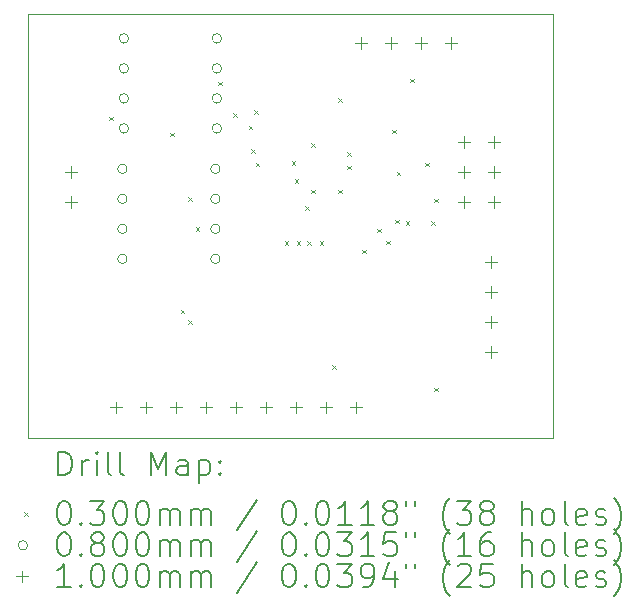
<source format=gbr>
%TF.GenerationSoftware,KiCad,Pcbnew,9.0.4*%
%TF.CreationDate,2025-11-20T06:56:56+02:00*%
%TF.ProjectId,test_5,74657374-5f35-42e6-9b69-6361645f7063,rev?*%
%TF.SameCoordinates,Original*%
%TF.FileFunction,Drillmap*%
%TF.FilePolarity,Positive*%
%FSLAX45Y45*%
G04 Gerber Fmt 4.5, Leading zero omitted, Abs format (unit mm)*
G04 Created by KiCad (PCBNEW 9.0.4) date 2025-11-20 06:56:56*
%MOMM*%
%LPD*%
G01*
G04 APERTURE LIST*
%ADD10C,0.050000*%
%ADD11C,0.200000*%
%ADD12C,0.100000*%
G04 APERTURE END LIST*
D10*
X6248400Y-9880600D02*
X10693400Y-9880600D01*
X10693400Y-13468350D01*
X6248400Y-13468350D01*
X6248400Y-9880600D01*
D11*
D12*
X6938250Y-10748250D02*
X6968250Y-10778250D01*
X6968250Y-10748250D02*
X6938250Y-10778250D01*
X7452600Y-10881600D02*
X7482600Y-10911600D01*
X7482600Y-10881600D02*
X7452600Y-10911600D01*
X7541500Y-12380200D02*
X7571500Y-12410200D01*
X7571500Y-12380200D02*
X7541500Y-12410200D01*
X7605000Y-11427700D02*
X7635000Y-11457700D01*
X7635000Y-11427700D02*
X7605000Y-11457700D01*
X7605000Y-12469100D02*
X7635000Y-12499100D01*
X7635000Y-12469100D02*
X7605000Y-12499100D01*
X7668500Y-11681700D02*
X7698500Y-11711700D01*
X7698500Y-11681700D02*
X7668500Y-11711700D01*
X7859000Y-10449800D02*
X7889000Y-10479800D01*
X7889000Y-10449800D02*
X7859000Y-10479800D01*
X7986000Y-10716500D02*
X8016000Y-10746500D01*
X8016000Y-10716500D02*
X7986000Y-10746500D01*
X8119350Y-10824450D02*
X8149350Y-10854450D01*
X8149350Y-10824450D02*
X8119350Y-10854450D01*
X8138400Y-11021300D02*
X8168400Y-11051300D01*
X8168400Y-11021300D02*
X8138400Y-11051300D01*
X8163800Y-10691100D02*
X8193800Y-10721100D01*
X8193800Y-10691100D02*
X8163800Y-10721100D01*
X8176500Y-11135600D02*
X8206500Y-11165600D01*
X8206500Y-11135600D02*
X8176500Y-11165600D01*
X8424150Y-11802350D02*
X8454150Y-11832350D01*
X8454150Y-11802350D02*
X8424150Y-11832350D01*
X8481300Y-11122900D02*
X8511300Y-11152900D01*
X8511300Y-11122900D02*
X8481300Y-11152900D01*
X8506700Y-11275300D02*
X8536700Y-11305300D01*
X8536700Y-11275300D02*
X8506700Y-11305300D01*
X8525750Y-11802350D02*
X8555750Y-11832350D01*
X8555750Y-11802350D02*
X8525750Y-11832350D01*
X8595600Y-11503900D02*
X8625600Y-11533900D01*
X8625600Y-11503900D02*
X8595600Y-11533900D01*
X8614650Y-11802350D02*
X8644650Y-11832350D01*
X8644650Y-11802350D02*
X8614650Y-11832350D01*
X8646400Y-10970500D02*
X8676400Y-11000500D01*
X8676400Y-10970500D02*
X8646400Y-11000500D01*
X8646400Y-11364200D02*
X8676400Y-11394200D01*
X8676400Y-11364200D02*
X8646400Y-11394200D01*
X8718800Y-11799800D02*
X8748800Y-11829800D01*
X8748800Y-11799800D02*
X8718800Y-11829800D01*
X8824200Y-12850100D02*
X8854200Y-12880100D01*
X8854200Y-12850100D02*
X8824200Y-12880100D01*
X8875000Y-10589500D02*
X8905000Y-10619500D01*
X8905000Y-10589500D02*
X8875000Y-10619500D01*
X8875000Y-11364200D02*
X8905000Y-11394200D01*
X8905000Y-11364200D02*
X8875000Y-11394200D01*
X8951200Y-11046700D02*
X8981200Y-11076700D01*
X8981200Y-11046700D02*
X8951200Y-11076700D01*
X8951200Y-11161000D02*
X8981200Y-11191000D01*
X8981200Y-11161000D02*
X8951200Y-11191000D01*
X9078200Y-11872200D02*
X9108200Y-11902200D01*
X9108200Y-11872200D02*
X9078200Y-11902200D01*
X9205200Y-11694400D02*
X9235200Y-11724400D01*
X9235200Y-11694400D02*
X9205200Y-11724400D01*
X9281400Y-11796000D02*
X9311400Y-11826000D01*
X9311400Y-11796000D02*
X9281400Y-11826000D01*
X9332200Y-10856200D02*
X9362200Y-10886200D01*
X9362200Y-10856200D02*
X9332200Y-10886200D01*
X9357600Y-11618200D02*
X9387600Y-11648200D01*
X9387600Y-11618200D02*
X9357600Y-11648200D01*
X9370300Y-11211800D02*
X9400300Y-11241800D01*
X9400300Y-11211800D02*
X9370300Y-11241800D01*
X9446500Y-11630900D02*
X9476500Y-11660900D01*
X9476500Y-11630900D02*
X9446500Y-11660900D01*
X9484600Y-10424400D02*
X9514600Y-10454400D01*
X9514600Y-10424400D02*
X9484600Y-10454400D01*
X9611600Y-11135600D02*
X9641600Y-11165600D01*
X9641600Y-11135600D02*
X9611600Y-11165600D01*
X9662400Y-11630900D02*
X9692400Y-11660900D01*
X9692400Y-11630900D02*
X9662400Y-11660900D01*
X9687800Y-11440400D02*
X9717800Y-11470400D01*
X9717800Y-11440400D02*
X9687800Y-11470400D01*
X9687800Y-13040600D02*
X9717800Y-13070600D01*
X9717800Y-13040600D02*
X9687800Y-13070600D01*
X7088900Y-11188700D02*
G75*
G02*
X7008900Y-11188700I-40000J0D01*
G01*
X7008900Y-11188700D02*
G75*
G02*
X7088900Y-11188700I40000J0D01*
G01*
X7088900Y-11442700D02*
G75*
G02*
X7008900Y-11442700I-40000J0D01*
G01*
X7008900Y-11442700D02*
G75*
G02*
X7088900Y-11442700I40000J0D01*
G01*
X7088900Y-11696700D02*
G75*
G02*
X7008900Y-11696700I-40000J0D01*
G01*
X7008900Y-11696700D02*
G75*
G02*
X7088900Y-11696700I40000J0D01*
G01*
X7088900Y-11950700D02*
G75*
G02*
X7008900Y-11950700I-40000J0D01*
G01*
X7008900Y-11950700D02*
G75*
G02*
X7088900Y-11950700I40000J0D01*
G01*
X7101600Y-10083800D02*
G75*
G02*
X7021600Y-10083800I-40000J0D01*
G01*
X7021600Y-10083800D02*
G75*
G02*
X7101600Y-10083800I40000J0D01*
G01*
X7101600Y-10337800D02*
G75*
G02*
X7021600Y-10337800I-40000J0D01*
G01*
X7021600Y-10337800D02*
G75*
G02*
X7101600Y-10337800I40000J0D01*
G01*
X7101600Y-10591800D02*
G75*
G02*
X7021600Y-10591800I-40000J0D01*
G01*
X7021600Y-10591800D02*
G75*
G02*
X7101600Y-10591800I40000J0D01*
G01*
X7101600Y-10845800D02*
G75*
G02*
X7021600Y-10845800I-40000J0D01*
G01*
X7021600Y-10845800D02*
G75*
G02*
X7101600Y-10845800I40000J0D01*
G01*
X7875900Y-11188700D02*
G75*
G02*
X7795900Y-11188700I-40000J0D01*
G01*
X7795900Y-11188700D02*
G75*
G02*
X7875900Y-11188700I40000J0D01*
G01*
X7875900Y-11442700D02*
G75*
G02*
X7795900Y-11442700I-40000J0D01*
G01*
X7795900Y-11442700D02*
G75*
G02*
X7875900Y-11442700I40000J0D01*
G01*
X7875900Y-11696700D02*
G75*
G02*
X7795900Y-11696700I-40000J0D01*
G01*
X7795900Y-11696700D02*
G75*
G02*
X7875900Y-11696700I40000J0D01*
G01*
X7875900Y-11950700D02*
G75*
G02*
X7795900Y-11950700I-40000J0D01*
G01*
X7795900Y-11950700D02*
G75*
G02*
X7875900Y-11950700I40000J0D01*
G01*
X7888600Y-10083800D02*
G75*
G02*
X7808600Y-10083800I-40000J0D01*
G01*
X7808600Y-10083800D02*
G75*
G02*
X7888600Y-10083800I40000J0D01*
G01*
X7888600Y-10337800D02*
G75*
G02*
X7808600Y-10337800I-40000J0D01*
G01*
X7808600Y-10337800D02*
G75*
G02*
X7888600Y-10337800I40000J0D01*
G01*
X7888600Y-10591800D02*
G75*
G02*
X7808600Y-10591800I-40000J0D01*
G01*
X7808600Y-10591800D02*
G75*
G02*
X7888600Y-10591800I40000J0D01*
G01*
X7888600Y-10845800D02*
G75*
G02*
X7808600Y-10845800I-40000J0D01*
G01*
X7808600Y-10845800D02*
G75*
G02*
X7888600Y-10845800I40000J0D01*
G01*
X6616700Y-11164100D02*
X6616700Y-11264100D01*
X6566700Y-11214100D02*
X6666700Y-11214100D01*
X6616700Y-11418100D02*
X6616700Y-11518100D01*
X6566700Y-11468100D02*
X6666700Y-11468100D01*
X6997700Y-13158000D02*
X6997700Y-13258000D01*
X6947700Y-13208000D02*
X7047700Y-13208000D01*
X7251700Y-13158000D02*
X7251700Y-13258000D01*
X7201700Y-13208000D02*
X7301700Y-13208000D01*
X7505700Y-13158000D02*
X7505700Y-13258000D01*
X7455700Y-13208000D02*
X7555700Y-13208000D01*
X7759700Y-13158000D02*
X7759700Y-13258000D01*
X7709700Y-13208000D02*
X7809700Y-13208000D01*
X8013700Y-13158000D02*
X8013700Y-13258000D01*
X7963700Y-13208000D02*
X8063700Y-13208000D01*
X8267700Y-13158000D02*
X8267700Y-13258000D01*
X8217700Y-13208000D02*
X8317700Y-13208000D01*
X8521700Y-13158000D02*
X8521700Y-13258000D01*
X8471700Y-13208000D02*
X8571700Y-13208000D01*
X8775700Y-13158000D02*
X8775700Y-13258000D01*
X8725700Y-13208000D02*
X8825700Y-13208000D01*
X9029700Y-13158000D02*
X9029700Y-13258000D01*
X8979700Y-13208000D02*
X9079700Y-13208000D01*
X9067800Y-10071900D02*
X9067800Y-10171900D01*
X9017800Y-10121900D02*
X9117800Y-10121900D01*
X9321800Y-10071900D02*
X9321800Y-10171900D01*
X9271800Y-10121900D02*
X9371800Y-10121900D01*
X9575800Y-10071900D02*
X9575800Y-10171900D01*
X9525800Y-10121900D02*
X9625800Y-10121900D01*
X9829800Y-10071900D02*
X9829800Y-10171900D01*
X9779800Y-10121900D02*
X9879800Y-10121900D01*
X9944100Y-10910100D02*
X9944100Y-11010100D01*
X9894100Y-10960100D02*
X9994100Y-10960100D01*
X9944100Y-11164100D02*
X9944100Y-11264100D01*
X9894100Y-11214100D02*
X9994100Y-11214100D01*
X9944100Y-11418100D02*
X9944100Y-11518100D01*
X9894100Y-11468100D02*
X9994100Y-11468100D01*
X10172700Y-11926100D02*
X10172700Y-12026100D01*
X10122700Y-11976100D02*
X10222700Y-11976100D01*
X10172700Y-12180100D02*
X10172700Y-12280100D01*
X10122700Y-12230100D02*
X10222700Y-12230100D01*
X10172700Y-12434100D02*
X10172700Y-12534100D01*
X10122700Y-12484100D02*
X10222700Y-12484100D01*
X10172700Y-12688100D02*
X10172700Y-12788100D01*
X10122700Y-12738100D02*
X10222700Y-12738100D01*
X10198100Y-10910100D02*
X10198100Y-11010100D01*
X10148100Y-10960100D02*
X10248100Y-10960100D01*
X10198100Y-11164100D02*
X10198100Y-11264100D01*
X10148100Y-11214100D02*
X10248100Y-11214100D01*
X10198100Y-11418100D02*
X10198100Y-11518100D01*
X10148100Y-11468100D02*
X10248100Y-11468100D01*
D11*
X6506677Y-13782334D02*
X6506677Y-13582334D01*
X6506677Y-13582334D02*
X6554296Y-13582334D01*
X6554296Y-13582334D02*
X6582867Y-13591858D01*
X6582867Y-13591858D02*
X6601915Y-13610905D01*
X6601915Y-13610905D02*
X6611439Y-13629953D01*
X6611439Y-13629953D02*
X6620962Y-13668048D01*
X6620962Y-13668048D02*
X6620962Y-13696619D01*
X6620962Y-13696619D02*
X6611439Y-13734715D01*
X6611439Y-13734715D02*
X6601915Y-13753762D01*
X6601915Y-13753762D02*
X6582867Y-13772810D01*
X6582867Y-13772810D02*
X6554296Y-13782334D01*
X6554296Y-13782334D02*
X6506677Y-13782334D01*
X6706677Y-13782334D02*
X6706677Y-13649000D01*
X6706677Y-13687096D02*
X6716201Y-13668048D01*
X6716201Y-13668048D02*
X6725724Y-13658524D01*
X6725724Y-13658524D02*
X6744772Y-13649000D01*
X6744772Y-13649000D02*
X6763820Y-13649000D01*
X6830486Y-13782334D02*
X6830486Y-13649000D01*
X6830486Y-13582334D02*
X6820962Y-13591858D01*
X6820962Y-13591858D02*
X6830486Y-13601381D01*
X6830486Y-13601381D02*
X6840010Y-13591858D01*
X6840010Y-13591858D02*
X6830486Y-13582334D01*
X6830486Y-13582334D02*
X6830486Y-13601381D01*
X6954296Y-13782334D02*
X6935248Y-13772810D01*
X6935248Y-13772810D02*
X6925724Y-13753762D01*
X6925724Y-13753762D02*
X6925724Y-13582334D01*
X7059058Y-13782334D02*
X7040010Y-13772810D01*
X7040010Y-13772810D02*
X7030486Y-13753762D01*
X7030486Y-13753762D02*
X7030486Y-13582334D01*
X7287629Y-13782334D02*
X7287629Y-13582334D01*
X7287629Y-13582334D02*
X7354296Y-13725191D01*
X7354296Y-13725191D02*
X7420962Y-13582334D01*
X7420962Y-13582334D02*
X7420962Y-13782334D01*
X7601915Y-13782334D02*
X7601915Y-13677572D01*
X7601915Y-13677572D02*
X7592391Y-13658524D01*
X7592391Y-13658524D02*
X7573343Y-13649000D01*
X7573343Y-13649000D02*
X7535248Y-13649000D01*
X7535248Y-13649000D02*
X7516201Y-13658524D01*
X7601915Y-13772810D02*
X7582867Y-13782334D01*
X7582867Y-13782334D02*
X7535248Y-13782334D01*
X7535248Y-13782334D02*
X7516201Y-13772810D01*
X7516201Y-13772810D02*
X7506677Y-13753762D01*
X7506677Y-13753762D02*
X7506677Y-13734715D01*
X7506677Y-13734715D02*
X7516201Y-13715667D01*
X7516201Y-13715667D02*
X7535248Y-13706143D01*
X7535248Y-13706143D02*
X7582867Y-13706143D01*
X7582867Y-13706143D02*
X7601915Y-13696619D01*
X7697153Y-13649000D02*
X7697153Y-13849000D01*
X7697153Y-13658524D02*
X7716201Y-13649000D01*
X7716201Y-13649000D02*
X7754296Y-13649000D01*
X7754296Y-13649000D02*
X7773343Y-13658524D01*
X7773343Y-13658524D02*
X7782867Y-13668048D01*
X7782867Y-13668048D02*
X7792391Y-13687096D01*
X7792391Y-13687096D02*
X7792391Y-13744238D01*
X7792391Y-13744238D02*
X7782867Y-13763286D01*
X7782867Y-13763286D02*
X7773343Y-13772810D01*
X7773343Y-13772810D02*
X7754296Y-13782334D01*
X7754296Y-13782334D02*
X7716201Y-13782334D01*
X7716201Y-13782334D02*
X7697153Y-13772810D01*
X7878105Y-13763286D02*
X7887629Y-13772810D01*
X7887629Y-13772810D02*
X7878105Y-13782334D01*
X7878105Y-13782334D02*
X7868582Y-13772810D01*
X7868582Y-13772810D02*
X7878105Y-13763286D01*
X7878105Y-13763286D02*
X7878105Y-13782334D01*
X7878105Y-13658524D02*
X7887629Y-13668048D01*
X7887629Y-13668048D02*
X7878105Y-13677572D01*
X7878105Y-13677572D02*
X7868582Y-13668048D01*
X7868582Y-13668048D02*
X7878105Y-13658524D01*
X7878105Y-13658524D02*
X7878105Y-13677572D01*
D12*
X6215900Y-14095850D02*
X6245900Y-14125850D01*
X6245900Y-14095850D02*
X6215900Y-14125850D01*
D11*
X6544772Y-14002334D02*
X6563820Y-14002334D01*
X6563820Y-14002334D02*
X6582867Y-14011858D01*
X6582867Y-14011858D02*
X6592391Y-14021381D01*
X6592391Y-14021381D02*
X6601915Y-14040429D01*
X6601915Y-14040429D02*
X6611439Y-14078524D01*
X6611439Y-14078524D02*
X6611439Y-14126143D01*
X6611439Y-14126143D02*
X6601915Y-14164238D01*
X6601915Y-14164238D02*
X6592391Y-14183286D01*
X6592391Y-14183286D02*
X6582867Y-14192810D01*
X6582867Y-14192810D02*
X6563820Y-14202334D01*
X6563820Y-14202334D02*
X6544772Y-14202334D01*
X6544772Y-14202334D02*
X6525724Y-14192810D01*
X6525724Y-14192810D02*
X6516201Y-14183286D01*
X6516201Y-14183286D02*
X6506677Y-14164238D01*
X6506677Y-14164238D02*
X6497153Y-14126143D01*
X6497153Y-14126143D02*
X6497153Y-14078524D01*
X6497153Y-14078524D02*
X6506677Y-14040429D01*
X6506677Y-14040429D02*
X6516201Y-14021381D01*
X6516201Y-14021381D02*
X6525724Y-14011858D01*
X6525724Y-14011858D02*
X6544772Y-14002334D01*
X6697153Y-14183286D02*
X6706677Y-14192810D01*
X6706677Y-14192810D02*
X6697153Y-14202334D01*
X6697153Y-14202334D02*
X6687629Y-14192810D01*
X6687629Y-14192810D02*
X6697153Y-14183286D01*
X6697153Y-14183286D02*
X6697153Y-14202334D01*
X6773343Y-14002334D02*
X6897153Y-14002334D01*
X6897153Y-14002334D02*
X6830486Y-14078524D01*
X6830486Y-14078524D02*
X6859058Y-14078524D01*
X6859058Y-14078524D02*
X6878105Y-14088048D01*
X6878105Y-14088048D02*
X6887629Y-14097572D01*
X6887629Y-14097572D02*
X6897153Y-14116619D01*
X6897153Y-14116619D02*
X6897153Y-14164238D01*
X6897153Y-14164238D02*
X6887629Y-14183286D01*
X6887629Y-14183286D02*
X6878105Y-14192810D01*
X6878105Y-14192810D02*
X6859058Y-14202334D01*
X6859058Y-14202334D02*
X6801915Y-14202334D01*
X6801915Y-14202334D02*
X6782867Y-14192810D01*
X6782867Y-14192810D02*
X6773343Y-14183286D01*
X7020962Y-14002334D02*
X7040010Y-14002334D01*
X7040010Y-14002334D02*
X7059058Y-14011858D01*
X7059058Y-14011858D02*
X7068582Y-14021381D01*
X7068582Y-14021381D02*
X7078105Y-14040429D01*
X7078105Y-14040429D02*
X7087629Y-14078524D01*
X7087629Y-14078524D02*
X7087629Y-14126143D01*
X7087629Y-14126143D02*
X7078105Y-14164238D01*
X7078105Y-14164238D02*
X7068582Y-14183286D01*
X7068582Y-14183286D02*
X7059058Y-14192810D01*
X7059058Y-14192810D02*
X7040010Y-14202334D01*
X7040010Y-14202334D02*
X7020962Y-14202334D01*
X7020962Y-14202334D02*
X7001915Y-14192810D01*
X7001915Y-14192810D02*
X6992391Y-14183286D01*
X6992391Y-14183286D02*
X6982867Y-14164238D01*
X6982867Y-14164238D02*
X6973343Y-14126143D01*
X6973343Y-14126143D02*
X6973343Y-14078524D01*
X6973343Y-14078524D02*
X6982867Y-14040429D01*
X6982867Y-14040429D02*
X6992391Y-14021381D01*
X6992391Y-14021381D02*
X7001915Y-14011858D01*
X7001915Y-14011858D02*
X7020962Y-14002334D01*
X7211439Y-14002334D02*
X7230486Y-14002334D01*
X7230486Y-14002334D02*
X7249534Y-14011858D01*
X7249534Y-14011858D02*
X7259058Y-14021381D01*
X7259058Y-14021381D02*
X7268582Y-14040429D01*
X7268582Y-14040429D02*
X7278105Y-14078524D01*
X7278105Y-14078524D02*
X7278105Y-14126143D01*
X7278105Y-14126143D02*
X7268582Y-14164238D01*
X7268582Y-14164238D02*
X7259058Y-14183286D01*
X7259058Y-14183286D02*
X7249534Y-14192810D01*
X7249534Y-14192810D02*
X7230486Y-14202334D01*
X7230486Y-14202334D02*
X7211439Y-14202334D01*
X7211439Y-14202334D02*
X7192391Y-14192810D01*
X7192391Y-14192810D02*
X7182867Y-14183286D01*
X7182867Y-14183286D02*
X7173343Y-14164238D01*
X7173343Y-14164238D02*
X7163820Y-14126143D01*
X7163820Y-14126143D02*
X7163820Y-14078524D01*
X7163820Y-14078524D02*
X7173343Y-14040429D01*
X7173343Y-14040429D02*
X7182867Y-14021381D01*
X7182867Y-14021381D02*
X7192391Y-14011858D01*
X7192391Y-14011858D02*
X7211439Y-14002334D01*
X7363820Y-14202334D02*
X7363820Y-14069000D01*
X7363820Y-14088048D02*
X7373343Y-14078524D01*
X7373343Y-14078524D02*
X7392391Y-14069000D01*
X7392391Y-14069000D02*
X7420963Y-14069000D01*
X7420963Y-14069000D02*
X7440010Y-14078524D01*
X7440010Y-14078524D02*
X7449534Y-14097572D01*
X7449534Y-14097572D02*
X7449534Y-14202334D01*
X7449534Y-14097572D02*
X7459058Y-14078524D01*
X7459058Y-14078524D02*
X7478105Y-14069000D01*
X7478105Y-14069000D02*
X7506677Y-14069000D01*
X7506677Y-14069000D02*
X7525724Y-14078524D01*
X7525724Y-14078524D02*
X7535248Y-14097572D01*
X7535248Y-14097572D02*
X7535248Y-14202334D01*
X7630486Y-14202334D02*
X7630486Y-14069000D01*
X7630486Y-14088048D02*
X7640010Y-14078524D01*
X7640010Y-14078524D02*
X7659058Y-14069000D01*
X7659058Y-14069000D02*
X7687629Y-14069000D01*
X7687629Y-14069000D02*
X7706677Y-14078524D01*
X7706677Y-14078524D02*
X7716201Y-14097572D01*
X7716201Y-14097572D02*
X7716201Y-14202334D01*
X7716201Y-14097572D02*
X7725724Y-14078524D01*
X7725724Y-14078524D02*
X7744772Y-14069000D01*
X7744772Y-14069000D02*
X7773343Y-14069000D01*
X7773343Y-14069000D02*
X7792391Y-14078524D01*
X7792391Y-14078524D02*
X7801915Y-14097572D01*
X7801915Y-14097572D02*
X7801915Y-14202334D01*
X8192391Y-13992810D02*
X8020963Y-14249953D01*
X8449534Y-14002334D02*
X8468582Y-14002334D01*
X8468582Y-14002334D02*
X8487629Y-14011858D01*
X8487629Y-14011858D02*
X8497153Y-14021381D01*
X8497153Y-14021381D02*
X8506677Y-14040429D01*
X8506677Y-14040429D02*
X8516201Y-14078524D01*
X8516201Y-14078524D02*
X8516201Y-14126143D01*
X8516201Y-14126143D02*
X8506677Y-14164238D01*
X8506677Y-14164238D02*
X8497153Y-14183286D01*
X8497153Y-14183286D02*
X8487629Y-14192810D01*
X8487629Y-14192810D02*
X8468582Y-14202334D01*
X8468582Y-14202334D02*
X8449534Y-14202334D01*
X8449534Y-14202334D02*
X8430487Y-14192810D01*
X8430487Y-14192810D02*
X8420963Y-14183286D01*
X8420963Y-14183286D02*
X8411439Y-14164238D01*
X8411439Y-14164238D02*
X8401915Y-14126143D01*
X8401915Y-14126143D02*
X8401915Y-14078524D01*
X8401915Y-14078524D02*
X8411439Y-14040429D01*
X8411439Y-14040429D02*
X8420963Y-14021381D01*
X8420963Y-14021381D02*
X8430487Y-14011858D01*
X8430487Y-14011858D02*
X8449534Y-14002334D01*
X8601915Y-14183286D02*
X8611439Y-14192810D01*
X8611439Y-14192810D02*
X8601915Y-14202334D01*
X8601915Y-14202334D02*
X8592391Y-14192810D01*
X8592391Y-14192810D02*
X8601915Y-14183286D01*
X8601915Y-14183286D02*
X8601915Y-14202334D01*
X8735248Y-14002334D02*
X8754296Y-14002334D01*
X8754296Y-14002334D02*
X8773344Y-14011858D01*
X8773344Y-14011858D02*
X8782868Y-14021381D01*
X8782868Y-14021381D02*
X8792391Y-14040429D01*
X8792391Y-14040429D02*
X8801915Y-14078524D01*
X8801915Y-14078524D02*
X8801915Y-14126143D01*
X8801915Y-14126143D02*
X8792391Y-14164238D01*
X8792391Y-14164238D02*
X8782868Y-14183286D01*
X8782868Y-14183286D02*
X8773344Y-14192810D01*
X8773344Y-14192810D02*
X8754296Y-14202334D01*
X8754296Y-14202334D02*
X8735248Y-14202334D01*
X8735248Y-14202334D02*
X8716201Y-14192810D01*
X8716201Y-14192810D02*
X8706677Y-14183286D01*
X8706677Y-14183286D02*
X8697153Y-14164238D01*
X8697153Y-14164238D02*
X8687629Y-14126143D01*
X8687629Y-14126143D02*
X8687629Y-14078524D01*
X8687629Y-14078524D02*
X8697153Y-14040429D01*
X8697153Y-14040429D02*
X8706677Y-14021381D01*
X8706677Y-14021381D02*
X8716201Y-14011858D01*
X8716201Y-14011858D02*
X8735248Y-14002334D01*
X8992391Y-14202334D02*
X8878106Y-14202334D01*
X8935248Y-14202334D02*
X8935248Y-14002334D01*
X8935248Y-14002334D02*
X8916201Y-14030905D01*
X8916201Y-14030905D02*
X8897153Y-14049953D01*
X8897153Y-14049953D02*
X8878106Y-14059477D01*
X9182868Y-14202334D02*
X9068582Y-14202334D01*
X9125725Y-14202334D02*
X9125725Y-14002334D01*
X9125725Y-14002334D02*
X9106677Y-14030905D01*
X9106677Y-14030905D02*
X9087629Y-14049953D01*
X9087629Y-14049953D02*
X9068582Y-14059477D01*
X9297153Y-14088048D02*
X9278106Y-14078524D01*
X9278106Y-14078524D02*
X9268582Y-14069000D01*
X9268582Y-14069000D02*
X9259058Y-14049953D01*
X9259058Y-14049953D02*
X9259058Y-14040429D01*
X9259058Y-14040429D02*
X9268582Y-14021381D01*
X9268582Y-14021381D02*
X9278106Y-14011858D01*
X9278106Y-14011858D02*
X9297153Y-14002334D01*
X9297153Y-14002334D02*
X9335249Y-14002334D01*
X9335249Y-14002334D02*
X9354296Y-14011858D01*
X9354296Y-14011858D02*
X9363820Y-14021381D01*
X9363820Y-14021381D02*
X9373344Y-14040429D01*
X9373344Y-14040429D02*
X9373344Y-14049953D01*
X9373344Y-14049953D02*
X9363820Y-14069000D01*
X9363820Y-14069000D02*
X9354296Y-14078524D01*
X9354296Y-14078524D02*
X9335249Y-14088048D01*
X9335249Y-14088048D02*
X9297153Y-14088048D01*
X9297153Y-14088048D02*
X9278106Y-14097572D01*
X9278106Y-14097572D02*
X9268582Y-14107096D01*
X9268582Y-14107096D02*
X9259058Y-14126143D01*
X9259058Y-14126143D02*
X9259058Y-14164238D01*
X9259058Y-14164238D02*
X9268582Y-14183286D01*
X9268582Y-14183286D02*
X9278106Y-14192810D01*
X9278106Y-14192810D02*
X9297153Y-14202334D01*
X9297153Y-14202334D02*
X9335249Y-14202334D01*
X9335249Y-14202334D02*
X9354296Y-14192810D01*
X9354296Y-14192810D02*
X9363820Y-14183286D01*
X9363820Y-14183286D02*
X9373344Y-14164238D01*
X9373344Y-14164238D02*
X9373344Y-14126143D01*
X9373344Y-14126143D02*
X9363820Y-14107096D01*
X9363820Y-14107096D02*
X9354296Y-14097572D01*
X9354296Y-14097572D02*
X9335249Y-14088048D01*
X9449534Y-14002334D02*
X9449534Y-14040429D01*
X9525725Y-14002334D02*
X9525725Y-14040429D01*
X9820963Y-14278524D02*
X9811439Y-14269000D01*
X9811439Y-14269000D02*
X9792391Y-14240429D01*
X9792391Y-14240429D02*
X9782868Y-14221381D01*
X9782868Y-14221381D02*
X9773344Y-14192810D01*
X9773344Y-14192810D02*
X9763820Y-14145191D01*
X9763820Y-14145191D02*
X9763820Y-14107096D01*
X9763820Y-14107096D02*
X9773344Y-14059477D01*
X9773344Y-14059477D02*
X9782868Y-14030905D01*
X9782868Y-14030905D02*
X9792391Y-14011858D01*
X9792391Y-14011858D02*
X9811439Y-13983286D01*
X9811439Y-13983286D02*
X9820963Y-13973762D01*
X9878106Y-14002334D02*
X10001915Y-14002334D01*
X10001915Y-14002334D02*
X9935249Y-14078524D01*
X9935249Y-14078524D02*
X9963820Y-14078524D01*
X9963820Y-14078524D02*
X9982868Y-14088048D01*
X9982868Y-14088048D02*
X9992391Y-14097572D01*
X9992391Y-14097572D02*
X10001915Y-14116619D01*
X10001915Y-14116619D02*
X10001915Y-14164238D01*
X10001915Y-14164238D02*
X9992391Y-14183286D01*
X9992391Y-14183286D02*
X9982868Y-14192810D01*
X9982868Y-14192810D02*
X9963820Y-14202334D01*
X9963820Y-14202334D02*
X9906677Y-14202334D01*
X9906677Y-14202334D02*
X9887630Y-14192810D01*
X9887630Y-14192810D02*
X9878106Y-14183286D01*
X10116201Y-14088048D02*
X10097153Y-14078524D01*
X10097153Y-14078524D02*
X10087630Y-14069000D01*
X10087630Y-14069000D02*
X10078106Y-14049953D01*
X10078106Y-14049953D02*
X10078106Y-14040429D01*
X10078106Y-14040429D02*
X10087630Y-14021381D01*
X10087630Y-14021381D02*
X10097153Y-14011858D01*
X10097153Y-14011858D02*
X10116201Y-14002334D01*
X10116201Y-14002334D02*
X10154296Y-14002334D01*
X10154296Y-14002334D02*
X10173344Y-14011858D01*
X10173344Y-14011858D02*
X10182868Y-14021381D01*
X10182868Y-14021381D02*
X10192391Y-14040429D01*
X10192391Y-14040429D02*
X10192391Y-14049953D01*
X10192391Y-14049953D02*
X10182868Y-14069000D01*
X10182868Y-14069000D02*
X10173344Y-14078524D01*
X10173344Y-14078524D02*
X10154296Y-14088048D01*
X10154296Y-14088048D02*
X10116201Y-14088048D01*
X10116201Y-14088048D02*
X10097153Y-14097572D01*
X10097153Y-14097572D02*
X10087630Y-14107096D01*
X10087630Y-14107096D02*
X10078106Y-14126143D01*
X10078106Y-14126143D02*
X10078106Y-14164238D01*
X10078106Y-14164238D02*
X10087630Y-14183286D01*
X10087630Y-14183286D02*
X10097153Y-14192810D01*
X10097153Y-14192810D02*
X10116201Y-14202334D01*
X10116201Y-14202334D02*
X10154296Y-14202334D01*
X10154296Y-14202334D02*
X10173344Y-14192810D01*
X10173344Y-14192810D02*
X10182868Y-14183286D01*
X10182868Y-14183286D02*
X10192391Y-14164238D01*
X10192391Y-14164238D02*
X10192391Y-14126143D01*
X10192391Y-14126143D02*
X10182868Y-14107096D01*
X10182868Y-14107096D02*
X10173344Y-14097572D01*
X10173344Y-14097572D02*
X10154296Y-14088048D01*
X10430487Y-14202334D02*
X10430487Y-14002334D01*
X10516201Y-14202334D02*
X10516201Y-14097572D01*
X10516201Y-14097572D02*
X10506677Y-14078524D01*
X10506677Y-14078524D02*
X10487630Y-14069000D01*
X10487630Y-14069000D02*
X10459058Y-14069000D01*
X10459058Y-14069000D02*
X10440011Y-14078524D01*
X10440011Y-14078524D02*
X10430487Y-14088048D01*
X10640011Y-14202334D02*
X10620963Y-14192810D01*
X10620963Y-14192810D02*
X10611439Y-14183286D01*
X10611439Y-14183286D02*
X10601915Y-14164238D01*
X10601915Y-14164238D02*
X10601915Y-14107096D01*
X10601915Y-14107096D02*
X10611439Y-14088048D01*
X10611439Y-14088048D02*
X10620963Y-14078524D01*
X10620963Y-14078524D02*
X10640011Y-14069000D01*
X10640011Y-14069000D02*
X10668582Y-14069000D01*
X10668582Y-14069000D02*
X10687630Y-14078524D01*
X10687630Y-14078524D02*
X10697153Y-14088048D01*
X10697153Y-14088048D02*
X10706677Y-14107096D01*
X10706677Y-14107096D02*
X10706677Y-14164238D01*
X10706677Y-14164238D02*
X10697153Y-14183286D01*
X10697153Y-14183286D02*
X10687630Y-14192810D01*
X10687630Y-14192810D02*
X10668582Y-14202334D01*
X10668582Y-14202334D02*
X10640011Y-14202334D01*
X10820963Y-14202334D02*
X10801915Y-14192810D01*
X10801915Y-14192810D02*
X10792392Y-14173762D01*
X10792392Y-14173762D02*
X10792392Y-14002334D01*
X10973344Y-14192810D02*
X10954296Y-14202334D01*
X10954296Y-14202334D02*
X10916201Y-14202334D01*
X10916201Y-14202334D02*
X10897153Y-14192810D01*
X10897153Y-14192810D02*
X10887630Y-14173762D01*
X10887630Y-14173762D02*
X10887630Y-14097572D01*
X10887630Y-14097572D02*
X10897153Y-14078524D01*
X10897153Y-14078524D02*
X10916201Y-14069000D01*
X10916201Y-14069000D02*
X10954296Y-14069000D01*
X10954296Y-14069000D02*
X10973344Y-14078524D01*
X10973344Y-14078524D02*
X10982868Y-14097572D01*
X10982868Y-14097572D02*
X10982868Y-14116619D01*
X10982868Y-14116619D02*
X10887630Y-14135667D01*
X11059058Y-14192810D02*
X11078106Y-14202334D01*
X11078106Y-14202334D02*
X11116201Y-14202334D01*
X11116201Y-14202334D02*
X11135249Y-14192810D01*
X11135249Y-14192810D02*
X11144773Y-14173762D01*
X11144773Y-14173762D02*
X11144773Y-14164238D01*
X11144773Y-14164238D02*
X11135249Y-14145191D01*
X11135249Y-14145191D02*
X11116201Y-14135667D01*
X11116201Y-14135667D02*
X11087630Y-14135667D01*
X11087630Y-14135667D02*
X11068582Y-14126143D01*
X11068582Y-14126143D02*
X11059058Y-14107096D01*
X11059058Y-14107096D02*
X11059058Y-14097572D01*
X11059058Y-14097572D02*
X11068582Y-14078524D01*
X11068582Y-14078524D02*
X11087630Y-14069000D01*
X11087630Y-14069000D02*
X11116201Y-14069000D01*
X11116201Y-14069000D02*
X11135249Y-14078524D01*
X11211439Y-14278524D02*
X11220963Y-14269000D01*
X11220963Y-14269000D02*
X11240011Y-14240429D01*
X11240011Y-14240429D02*
X11249534Y-14221381D01*
X11249534Y-14221381D02*
X11259058Y-14192810D01*
X11259058Y-14192810D02*
X11268582Y-14145191D01*
X11268582Y-14145191D02*
X11268582Y-14107096D01*
X11268582Y-14107096D02*
X11259058Y-14059477D01*
X11259058Y-14059477D02*
X11249534Y-14030905D01*
X11249534Y-14030905D02*
X11240011Y-14011858D01*
X11240011Y-14011858D02*
X11220963Y-13983286D01*
X11220963Y-13983286D02*
X11211439Y-13973762D01*
D12*
X6245900Y-14374850D02*
G75*
G02*
X6165900Y-14374850I-40000J0D01*
G01*
X6165900Y-14374850D02*
G75*
G02*
X6245900Y-14374850I40000J0D01*
G01*
D11*
X6544772Y-14266334D02*
X6563820Y-14266334D01*
X6563820Y-14266334D02*
X6582867Y-14275858D01*
X6582867Y-14275858D02*
X6592391Y-14285381D01*
X6592391Y-14285381D02*
X6601915Y-14304429D01*
X6601915Y-14304429D02*
X6611439Y-14342524D01*
X6611439Y-14342524D02*
X6611439Y-14390143D01*
X6611439Y-14390143D02*
X6601915Y-14428238D01*
X6601915Y-14428238D02*
X6592391Y-14447286D01*
X6592391Y-14447286D02*
X6582867Y-14456810D01*
X6582867Y-14456810D02*
X6563820Y-14466334D01*
X6563820Y-14466334D02*
X6544772Y-14466334D01*
X6544772Y-14466334D02*
X6525724Y-14456810D01*
X6525724Y-14456810D02*
X6516201Y-14447286D01*
X6516201Y-14447286D02*
X6506677Y-14428238D01*
X6506677Y-14428238D02*
X6497153Y-14390143D01*
X6497153Y-14390143D02*
X6497153Y-14342524D01*
X6497153Y-14342524D02*
X6506677Y-14304429D01*
X6506677Y-14304429D02*
X6516201Y-14285381D01*
X6516201Y-14285381D02*
X6525724Y-14275858D01*
X6525724Y-14275858D02*
X6544772Y-14266334D01*
X6697153Y-14447286D02*
X6706677Y-14456810D01*
X6706677Y-14456810D02*
X6697153Y-14466334D01*
X6697153Y-14466334D02*
X6687629Y-14456810D01*
X6687629Y-14456810D02*
X6697153Y-14447286D01*
X6697153Y-14447286D02*
X6697153Y-14466334D01*
X6820962Y-14352048D02*
X6801915Y-14342524D01*
X6801915Y-14342524D02*
X6792391Y-14333000D01*
X6792391Y-14333000D02*
X6782867Y-14313953D01*
X6782867Y-14313953D02*
X6782867Y-14304429D01*
X6782867Y-14304429D02*
X6792391Y-14285381D01*
X6792391Y-14285381D02*
X6801915Y-14275858D01*
X6801915Y-14275858D02*
X6820962Y-14266334D01*
X6820962Y-14266334D02*
X6859058Y-14266334D01*
X6859058Y-14266334D02*
X6878105Y-14275858D01*
X6878105Y-14275858D02*
X6887629Y-14285381D01*
X6887629Y-14285381D02*
X6897153Y-14304429D01*
X6897153Y-14304429D02*
X6897153Y-14313953D01*
X6897153Y-14313953D02*
X6887629Y-14333000D01*
X6887629Y-14333000D02*
X6878105Y-14342524D01*
X6878105Y-14342524D02*
X6859058Y-14352048D01*
X6859058Y-14352048D02*
X6820962Y-14352048D01*
X6820962Y-14352048D02*
X6801915Y-14361572D01*
X6801915Y-14361572D02*
X6792391Y-14371096D01*
X6792391Y-14371096D02*
X6782867Y-14390143D01*
X6782867Y-14390143D02*
X6782867Y-14428238D01*
X6782867Y-14428238D02*
X6792391Y-14447286D01*
X6792391Y-14447286D02*
X6801915Y-14456810D01*
X6801915Y-14456810D02*
X6820962Y-14466334D01*
X6820962Y-14466334D02*
X6859058Y-14466334D01*
X6859058Y-14466334D02*
X6878105Y-14456810D01*
X6878105Y-14456810D02*
X6887629Y-14447286D01*
X6887629Y-14447286D02*
X6897153Y-14428238D01*
X6897153Y-14428238D02*
X6897153Y-14390143D01*
X6897153Y-14390143D02*
X6887629Y-14371096D01*
X6887629Y-14371096D02*
X6878105Y-14361572D01*
X6878105Y-14361572D02*
X6859058Y-14352048D01*
X7020962Y-14266334D02*
X7040010Y-14266334D01*
X7040010Y-14266334D02*
X7059058Y-14275858D01*
X7059058Y-14275858D02*
X7068582Y-14285381D01*
X7068582Y-14285381D02*
X7078105Y-14304429D01*
X7078105Y-14304429D02*
X7087629Y-14342524D01*
X7087629Y-14342524D02*
X7087629Y-14390143D01*
X7087629Y-14390143D02*
X7078105Y-14428238D01*
X7078105Y-14428238D02*
X7068582Y-14447286D01*
X7068582Y-14447286D02*
X7059058Y-14456810D01*
X7059058Y-14456810D02*
X7040010Y-14466334D01*
X7040010Y-14466334D02*
X7020962Y-14466334D01*
X7020962Y-14466334D02*
X7001915Y-14456810D01*
X7001915Y-14456810D02*
X6992391Y-14447286D01*
X6992391Y-14447286D02*
X6982867Y-14428238D01*
X6982867Y-14428238D02*
X6973343Y-14390143D01*
X6973343Y-14390143D02*
X6973343Y-14342524D01*
X6973343Y-14342524D02*
X6982867Y-14304429D01*
X6982867Y-14304429D02*
X6992391Y-14285381D01*
X6992391Y-14285381D02*
X7001915Y-14275858D01*
X7001915Y-14275858D02*
X7020962Y-14266334D01*
X7211439Y-14266334D02*
X7230486Y-14266334D01*
X7230486Y-14266334D02*
X7249534Y-14275858D01*
X7249534Y-14275858D02*
X7259058Y-14285381D01*
X7259058Y-14285381D02*
X7268582Y-14304429D01*
X7268582Y-14304429D02*
X7278105Y-14342524D01*
X7278105Y-14342524D02*
X7278105Y-14390143D01*
X7278105Y-14390143D02*
X7268582Y-14428238D01*
X7268582Y-14428238D02*
X7259058Y-14447286D01*
X7259058Y-14447286D02*
X7249534Y-14456810D01*
X7249534Y-14456810D02*
X7230486Y-14466334D01*
X7230486Y-14466334D02*
X7211439Y-14466334D01*
X7211439Y-14466334D02*
X7192391Y-14456810D01*
X7192391Y-14456810D02*
X7182867Y-14447286D01*
X7182867Y-14447286D02*
X7173343Y-14428238D01*
X7173343Y-14428238D02*
X7163820Y-14390143D01*
X7163820Y-14390143D02*
X7163820Y-14342524D01*
X7163820Y-14342524D02*
X7173343Y-14304429D01*
X7173343Y-14304429D02*
X7182867Y-14285381D01*
X7182867Y-14285381D02*
X7192391Y-14275858D01*
X7192391Y-14275858D02*
X7211439Y-14266334D01*
X7363820Y-14466334D02*
X7363820Y-14333000D01*
X7363820Y-14352048D02*
X7373343Y-14342524D01*
X7373343Y-14342524D02*
X7392391Y-14333000D01*
X7392391Y-14333000D02*
X7420963Y-14333000D01*
X7420963Y-14333000D02*
X7440010Y-14342524D01*
X7440010Y-14342524D02*
X7449534Y-14361572D01*
X7449534Y-14361572D02*
X7449534Y-14466334D01*
X7449534Y-14361572D02*
X7459058Y-14342524D01*
X7459058Y-14342524D02*
X7478105Y-14333000D01*
X7478105Y-14333000D02*
X7506677Y-14333000D01*
X7506677Y-14333000D02*
X7525724Y-14342524D01*
X7525724Y-14342524D02*
X7535248Y-14361572D01*
X7535248Y-14361572D02*
X7535248Y-14466334D01*
X7630486Y-14466334D02*
X7630486Y-14333000D01*
X7630486Y-14352048D02*
X7640010Y-14342524D01*
X7640010Y-14342524D02*
X7659058Y-14333000D01*
X7659058Y-14333000D02*
X7687629Y-14333000D01*
X7687629Y-14333000D02*
X7706677Y-14342524D01*
X7706677Y-14342524D02*
X7716201Y-14361572D01*
X7716201Y-14361572D02*
X7716201Y-14466334D01*
X7716201Y-14361572D02*
X7725724Y-14342524D01*
X7725724Y-14342524D02*
X7744772Y-14333000D01*
X7744772Y-14333000D02*
X7773343Y-14333000D01*
X7773343Y-14333000D02*
X7792391Y-14342524D01*
X7792391Y-14342524D02*
X7801915Y-14361572D01*
X7801915Y-14361572D02*
X7801915Y-14466334D01*
X8192391Y-14256810D02*
X8020963Y-14513953D01*
X8449534Y-14266334D02*
X8468582Y-14266334D01*
X8468582Y-14266334D02*
X8487629Y-14275858D01*
X8487629Y-14275858D02*
X8497153Y-14285381D01*
X8497153Y-14285381D02*
X8506677Y-14304429D01*
X8506677Y-14304429D02*
X8516201Y-14342524D01*
X8516201Y-14342524D02*
X8516201Y-14390143D01*
X8516201Y-14390143D02*
X8506677Y-14428238D01*
X8506677Y-14428238D02*
X8497153Y-14447286D01*
X8497153Y-14447286D02*
X8487629Y-14456810D01*
X8487629Y-14456810D02*
X8468582Y-14466334D01*
X8468582Y-14466334D02*
X8449534Y-14466334D01*
X8449534Y-14466334D02*
X8430487Y-14456810D01*
X8430487Y-14456810D02*
X8420963Y-14447286D01*
X8420963Y-14447286D02*
X8411439Y-14428238D01*
X8411439Y-14428238D02*
X8401915Y-14390143D01*
X8401915Y-14390143D02*
X8401915Y-14342524D01*
X8401915Y-14342524D02*
X8411439Y-14304429D01*
X8411439Y-14304429D02*
X8420963Y-14285381D01*
X8420963Y-14285381D02*
X8430487Y-14275858D01*
X8430487Y-14275858D02*
X8449534Y-14266334D01*
X8601915Y-14447286D02*
X8611439Y-14456810D01*
X8611439Y-14456810D02*
X8601915Y-14466334D01*
X8601915Y-14466334D02*
X8592391Y-14456810D01*
X8592391Y-14456810D02*
X8601915Y-14447286D01*
X8601915Y-14447286D02*
X8601915Y-14466334D01*
X8735248Y-14266334D02*
X8754296Y-14266334D01*
X8754296Y-14266334D02*
X8773344Y-14275858D01*
X8773344Y-14275858D02*
X8782868Y-14285381D01*
X8782868Y-14285381D02*
X8792391Y-14304429D01*
X8792391Y-14304429D02*
X8801915Y-14342524D01*
X8801915Y-14342524D02*
X8801915Y-14390143D01*
X8801915Y-14390143D02*
X8792391Y-14428238D01*
X8792391Y-14428238D02*
X8782868Y-14447286D01*
X8782868Y-14447286D02*
X8773344Y-14456810D01*
X8773344Y-14456810D02*
X8754296Y-14466334D01*
X8754296Y-14466334D02*
X8735248Y-14466334D01*
X8735248Y-14466334D02*
X8716201Y-14456810D01*
X8716201Y-14456810D02*
X8706677Y-14447286D01*
X8706677Y-14447286D02*
X8697153Y-14428238D01*
X8697153Y-14428238D02*
X8687629Y-14390143D01*
X8687629Y-14390143D02*
X8687629Y-14342524D01*
X8687629Y-14342524D02*
X8697153Y-14304429D01*
X8697153Y-14304429D02*
X8706677Y-14285381D01*
X8706677Y-14285381D02*
X8716201Y-14275858D01*
X8716201Y-14275858D02*
X8735248Y-14266334D01*
X8868582Y-14266334D02*
X8992391Y-14266334D01*
X8992391Y-14266334D02*
X8925725Y-14342524D01*
X8925725Y-14342524D02*
X8954296Y-14342524D01*
X8954296Y-14342524D02*
X8973344Y-14352048D01*
X8973344Y-14352048D02*
X8982868Y-14361572D01*
X8982868Y-14361572D02*
X8992391Y-14380619D01*
X8992391Y-14380619D02*
X8992391Y-14428238D01*
X8992391Y-14428238D02*
X8982868Y-14447286D01*
X8982868Y-14447286D02*
X8973344Y-14456810D01*
X8973344Y-14456810D02*
X8954296Y-14466334D01*
X8954296Y-14466334D02*
X8897153Y-14466334D01*
X8897153Y-14466334D02*
X8878106Y-14456810D01*
X8878106Y-14456810D02*
X8868582Y-14447286D01*
X9182868Y-14466334D02*
X9068582Y-14466334D01*
X9125725Y-14466334D02*
X9125725Y-14266334D01*
X9125725Y-14266334D02*
X9106677Y-14294905D01*
X9106677Y-14294905D02*
X9087629Y-14313953D01*
X9087629Y-14313953D02*
X9068582Y-14323477D01*
X9363820Y-14266334D02*
X9268582Y-14266334D01*
X9268582Y-14266334D02*
X9259058Y-14361572D01*
X9259058Y-14361572D02*
X9268582Y-14352048D01*
X9268582Y-14352048D02*
X9287629Y-14342524D01*
X9287629Y-14342524D02*
X9335249Y-14342524D01*
X9335249Y-14342524D02*
X9354296Y-14352048D01*
X9354296Y-14352048D02*
X9363820Y-14361572D01*
X9363820Y-14361572D02*
X9373344Y-14380619D01*
X9373344Y-14380619D02*
X9373344Y-14428238D01*
X9373344Y-14428238D02*
X9363820Y-14447286D01*
X9363820Y-14447286D02*
X9354296Y-14456810D01*
X9354296Y-14456810D02*
X9335249Y-14466334D01*
X9335249Y-14466334D02*
X9287629Y-14466334D01*
X9287629Y-14466334D02*
X9268582Y-14456810D01*
X9268582Y-14456810D02*
X9259058Y-14447286D01*
X9449534Y-14266334D02*
X9449534Y-14304429D01*
X9525725Y-14266334D02*
X9525725Y-14304429D01*
X9820963Y-14542524D02*
X9811439Y-14533000D01*
X9811439Y-14533000D02*
X9792391Y-14504429D01*
X9792391Y-14504429D02*
X9782868Y-14485381D01*
X9782868Y-14485381D02*
X9773344Y-14456810D01*
X9773344Y-14456810D02*
X9763820Y-14409191D01*
X9763820Y-14409191D02*
X9763820Y-14371096D01*
X9763820Y-14371096D02*
X9773344Y-14323477D01*
X9773344Y-14323477D02*
X9782868Y-14294905D01*
X9782868Y-14294905D02*
X9792391Y-14275858D01*
X9792391Y-14275858D02*
X9811439Y-14247286D01*
X9811439Y-14247286D02*
X9820963Y-14237762D01*
X10001915Y-14466334D02*
X9887630Y-14466334D01*
X9944772Y-14466334D02*
X9944772Y-14266334D01*
X9944772Y-14266334D02*
X9925725Y-14294905D01*
X9925725Y-14294905D02*
X9906677Y-14313953D01*
X9906677Y-14313953D02*
X9887630Y-14323477D01*
X10173344Y-14266334D02*
X10135249Y-14266334D01*
X10135249Y-14266334D02*
X10116201Y-14275858D01*
X10116201Y-14275858D02*
X10106677Y-14285381D01*
X10106677Y-14285381D02*
X10087630Y-14313953D01*
X10087630Y-14313953D02*
X10078106Y-14352048D01*
X10078106Y-14352048D02*
X10078106Y-14428238D01*
X10078106Y-14428238D02*
X10087630Y-14447286D01*
X10087630Y-14447286D02*
X10097153Y-14456810D01*
X10097153Y-14456810D02*
X10116201Y-14466334D01*
X10116201Y-14466334D02*
X10154296Y-14466334D01*
X10154296Y-14466334D02*
X10173344Y-14456810D01*
X10173344Y-14456810D02*
X10182868Y-14447286D01*
X10182868Y-14447286D02*
X10192391Y-14428238D01*
X10192391Y-14428238D02*
X10192391Y-14380619D01*
X10192391Y-14380619D02*
X10182868Y-14361572D01*
X10182868Y-14361572D02*
X10173344Y-14352048D01*
X10173344Y-14352048D02*
X10154296Y-14342524D01*
X10154296Y-14342524D02*
X10116201Y-14342524D01*
X10116201Y-14342524D02*
X10097153Y-14352048D01*
X10097153Y-14352048D02*
X10087630Y-14361572D01*
X10087630Y-14361572D02*
X10078106Y-14380619D01*
X10430487Y-14466334D02*
X10430487Y-14266334D01*
X10516201Y-14466334D02*
X10516201Y-14361572D01*
X10516201Y-14361572D02*
X10506677Y-14342524D01*
X10506677Y-14342524D02*
X10487630Y-14333000D01*
X10487630Y-14333000D02*
X10459058Y-14333000D01*
X10459058Y-14333000D02*
X10440011Y-14342524D01*
X10440011Y-14342524D02*
X10430487Y-14352048D01*
X10640011Y-14466334D02*
X10620963Y-14456810D01*
X10620963Y-14456810D02*
X10611439Y-14447286D01*
X10611439Y-14447286D02*
X10601915Y-14428238D01*
X10601915Y-14428238D02*
X10601915Y-14371096D01*
X10601915Y-14371096D02*
X10611439Y-14352048D01*
X10611439Y-14352048D02*
X10620963Y-14342524D01*
X10620963Y-14342524D02*
X10640011Y-14333000D01*
X10640011Y-14333000D02*
X10668582Y-14333000D01*
X10668582Y-14333000D02*
X10687630Y-14342524D01*
X10687630Y-14342524D02*
X10697153Y-14352048D01*
X10697153Y-14352048D02*
X10706677Y-14371096D01*
X10706677Y-14371096D02*
X10706677Y-14428238D01*
X10706677Y-14428238D02*
X10697153Y-14447286D01*
X10697153Y-14447286D02*
X10687630Y-14456810D01*
X10687630Y-14456810D02*
X10668582Y-14466334D01*
X10668582Y-14466334D02*
X10640011Y-14466334D01*
X10820963Y-14466334D02*
X10801915Y-14456810D01*
X10801915Y-14456810D02*
X10792392Y-14437762D01*
X10792392Y-14437762D02*
X10792392Y-14266334D01*
X10973344Y-14456810D02*
X10954296Y-14466334D01*
X10954296Y-14466334D02*
X10916201Y-14466334D01*
X10916201Y-14466334D02*
X10897153Y-14456810D01*
X10897153Y-14456810D02*
X10887630Y-14437762D01*
X10887630Y-14437762D02*
X10887630Y-14361572D01*
X10887630Y-14361572D02*
X10897153Y-14342524D01*
X10897153Y-14342524D02*
X10916201Y-14333000D01*
X10916201Y-14333000D02*
X10954296Y-14333000D01*
X10954296Y-14333000D02*
X10973344Y-14342524D01*
X10973344Y-14342524D02*
X10982868Y-14361572D01*
X10982868Y-14361572D02*
X10982868Y-14380619D01*
X10982868Y-14380619D02*
X10887630Y-14399667D01*
X11059058Y-14456810D02*
X11078106Y-14466334D01*
X11078106Y-14466334D02*
X11116201Y-14466334D01*
X11116201Y-14466334D02*
X11135249Y-14456810D01*
X11135249Y-14456810D02*
X11144773Y-14437762D01*
X11144773Y-14437762D02*
X11144773Y-14428238D01*
X11144773Y-14428238D02*
X11135249Y-14409191D01*
X11135249Y-14409191D02*
X11116201Y-14399667D01*
X11116201Y-14399667D02*
X11087630Y-14399667D01*
X11087630Y-14399667D02*
X11068582Y-14390143D01*
X11068582Y-14390143D02*
X11059058Y-14371096D01*
X11059058Y-14371096D02*
X11059058Y-14361572D01*
X11059058Y-14361572D02*
X11068582Y-14342524D01*
X11068582Y-14342524D02*
X11087630Y-14333000D01*
X11087630Y-14333000D02*
X11116201Y-14333000D01*
X11116201Y-14333000D02*
X11135249Y-14342524D01*
X11211439Y-14542524D02*
X11220963Y-14533000D01*
X11220963Y-14533000D02*
X11240011Y-14504429D01*
X11240011Y-14504429D02*
X11249534Y-14485381D01*
X11249534Y-14485381D02*
X11259058Y-14456810D01*
X11259058Y-14456810D02*
X11268582Y-14409191D01*
X11268582Y-14409191D02*
X11268582Y-14371096D01*
X11268582Y-14371096D02*
X11259058Y-14323477D01*
X11259058Y-14323477D02*
X11249534Y-14294905D01*
X11249534Y-14294905D02*
X11240011Y-14275858D01*
X11240011Y-14275858D02*
X11220963Y-14247286D01*
X11220963Y-14247286D02*
X11211439Y-14237762D01*
D12*
X6195900Y-14588850D02*
X6195900Y-14688850D01*
X6145900Y-14638850D02*
X6245900Y-14638850D01*
D11*
X6611439Y-14730334D02*
X6497153Y-14730334D01*
X6554296Y-14730334D02*
X6554296Y-14530334D01*
X6554296Y-14530334D02*
X6535248Y-14558905D01*
X6535248Y-14558905D02*
X6516201Y-14577953D01*
X6516201Y-14577953D02*
X6497153Y-14587477D01*
X6697153Y-14711286D02*
X6706677Y-14720810D01*
X6706677Y-14720810D02*
X6697153Y-14730334D01*
X6697153Y-14730334D02*
X6687629Y-14720810D01*
X6687629Y-14720810D02*
X6697153Y-14711286D01*
X6697153Y-14711286D02*
X6697153Y-14730334D01*
X6830486Y-14530334D02*
X6849534Y-14530334D01*
X6849534Y-14530334D02*
X6868582Y-14539858D01*
X6868582Y-14539858D02*
X6878105Y-14549381D01*
X6878105Y-14549381D02*
X6887629Y-14568429D01*
X6887629Y-14568429D02*
X6897153Y-14606524D01*
X6897153Y-14606524D02*
X6897153Y-14654143D01*
X6897153Y-14654143D02*
X6887629Y-14692238D01*
X6887629Y-14692238D02*
X6878105Y-14711286D01*
X6878105Y-14711286D02*
X6868582Y-14720810D01*
X6868582Y-14720810D02*
X6849534Y-14730334D01*
X6849534Y-14730334D02*
X6830486Y-14730334D01*
X6830486Y-14730334D02*
X6811439Y-14720810D01*
X6811439Y-14720810D02*
X6801915Y-14711286D01*
X6801915Y-14711286D02*
X6792391Y-14692238D01*
X6792391Y-14692238D02*
X6782867Y-14654143D01*
X6782867Y-14654143D02*
X6782867Y-14606524D01*
X6782867Y-14606524D02*
X6792391Y-14568429D01*
X6792391Y-14568429D02*
X6801915Y-14549381D01*
X6801915Y-14549381D02*
X6811439Y-14539858D01*
X6811439Y-14539858D02*
X6830486Y-14530334D01*
X7020962Y-14530334D02*
X7040010Y-14530334D01*
X7040010Y-14530334D02*
X7059058Y-14539858D01*
X7059058Y-14539858D02*
X7068582Y-14549381D01*
X7068582Y-14549381D02*
X7078105Y-14568429D01*
X7078105Y-14568429D02*
X7087629Y-14606524D01*
X7087629Y-14606524D02*
X7087629Y-14654143D01*
X7087629Y-14654143D02*
X7078105Y-14692238D01*
X7078105Y-14692238D02*
X7068582Y-14711286D01*
X7068582Y-14711286D02*
X7059058Y-14720810D01*
X7059058Y-14720810D02*
X7040010Y-14730334D01*
X7040010Y-14730334D02*
X7020962Y-14730334D01*
X7020962Y-14730334D02*
X7001915Y-14720810D01*
X7001915Y-14720810D02*
X6992391Y-14711286D01*
X6992391Y-14711286D02*
X6982867Y-14692238D01*
X6982867Y-14692238D02*
X6973343Y-14654143D01*
X6973343Y-14654143D02*
X6973343Y-14606524D01*
X6973343Y-14606524D02*
X6982867Y-14568429D01*
X6982867Y-14568429D02*
X6992391Y-14549381D01*
X6992391Y-14549381D02*
X7001915Y-14539858D01*
X7001915Y-14539858D02*
X7020962Y-14530334D01*
X7211439Y-14530334D02*
X7230486Y-14530334D01*
X7230486Y-14530334D02*
X7249534Y-14539858D01*
X7249534Y-14539858D02*
X7259058Y-14549381D01*
X7259058Y-14549381D02*
X7268582Y-14568429D01*
X7268582Y-14568429D02*
X7278105Y-14606524D01*
X7278105Y-14606524D02*
X7278105Y-14654143D01*
X7278105Y-14654143D02*
X7268582Y-14692238D01*
X7268582Y-14692238D02*
X7259058Y-14711286D01*
X7259058Y-14711286D02*
X7249534Y-14720810D01*
X7249534Y-14720810D02*
X7230486Y-14730334D01*
X7230486Y-14730334D02*
X7211439Y-14730334D01*
X7211439Y-14730334D02*
X7192391Y-14720810D01*
X7192391Y-14720810D02*
X7182867Y-14711286D01*
X7182867Y-14711286D02*
X7173343Y-14692238D01*
X7173343Y-14692238D02*
X7163820Y-14654143D01*
X7163820Y-14654143D02*
X7163820Y-14606524D01*
X7163820Y-14606524D02*
X7173343Y-14568429D01*
X7173343Y-14568429D02*
X7182867Y-14549381D01*
X7182867Y-14549381D02*
X7192391Y-14539858D01*
X7192391Y-14539858D02*
X7211439Y-14530334D01*
X7363820Y-14730334D02*
X7363820Y-14597000D01*
X7363820Y-14616048D02*
X7373343Y-14606524D01*
X7373343Y-14606524D02*
X7392391Y-14597000D01*
X7392391Y-14597000D02*
X7420963Y-14597000D01*
X7420963Y-14597000D02*
X7440010Y-14606524D01*
X7440010Y-14606524D02*
X7449534Y-14625572D01*
X7449534Y-14625572D02*
X7449534Y-14730334D01*
X7449534Y-14625572D02*
X7459058Y-14606524D01*
X7459058Y-14606524D02*
X7478105Y-14597000D01*
X7478105Y-14597000D02*
X7506677Y-14597000D01*
X7506677Y-14597000D02*
X7525724Y-14606524D01*
X7525724Y-14606524D02*
X7535248Y-14625572D01*
X7535248Y-14625572D02*
X7535248Y-14730334D01*
X7630486Y-14730334D02*
X7630486Y-14597000D01*
X7630486Y-14616048D02*
X7640010Y-14606524D01*
X7640010Y-14606524D02*
X7659058Y-14597000D01*
X7659058Y-14597000D02*
X7687629Y-14597000D01*
X7687629Y-14597000D02*
X7706677Y-14606524D01*
X7706677Y-14606524D02*
X7716201Y-14625572D01*
X7716201Y-14625572D02*
X7716201Y-14730334D01*
X7716201Y-14625572D02*
X7725724Y-14606524D01*
X7725724Y-14606524D02*
X7744772Y-14597000D01*
X7744772Y-14597000D02*
X7773343Y-14597000D01*
X7773343Y-14597000D02*
X7792391Y-14606524D01*
X7792391Y-14606524D02*
X7801915Y-14625572D01*
X7801915Y-14625572D02*
X7801915Y-14730334D01*
X8192391Y-14520810D02*
X8020963Y-14777953D01*
X8449534Y-14530334D02*
X8468582Y-14530334D01*
X8468582Y-14530334D02*
X8487629Y-14539858D01*
X8487629Y-14539858D02*
X8497153Y-14549381D01*
X8497153Y-14549381D02*
X8506677Y-14568429D01*
X8506677Y-14568429D02*
X8516201Y-14606524D01*
X8516201Y-14606524D02*
X8516201Y-14654143D01*
X8516201Y-14654143D02*
X8506677Y-14692238D01*
X8506677Y-14692238D02*
X8497153Y-14711286D01*
X8497153Y-14711286D02*
X8487629Y-14720810D01*
X8487629Y-14720810D02*
X8468582Y-14730334D01*
X8468582Y-14730334D02*
X8449534Y-14730334D01*
X8449534Y-14730334D02*
X8430487Y-14720810D01*
X8430487Y-14720810D02*
X8420963Y-14711286D01*
X8420963Y-14711286D02*
X8411439Y-14692238D01*
X8411439Y-14692238D02*
X8401915Y-14654143D01*
X8401915Y-14654143D02*
X8401915Y-14606524D01*
X8401915Y-14606524D02*
X8411439Y-14568429D01*
X8411439Y-14568429D02*
X8420963Y-14549381D01*
X8420963Y-14549381D02*
X8430487Y-14539858D01*
X8430487Y-14539858D02*
X8449534Y-14530334D01*
X8601915Y-14711286D02*
X8611439Y-14720810D01*
X8611439Y-14720810D02*
X8601915Y-14730334D01*
X8601915Y-14730334D02*
X8592391Y-14720810D01*
X8592391Y-14720810D02*
X8601915Y-14711286D01*
X8601915Y-14711286D02*
X8601915Y-14730334D01*
X8735248Y-14530334D02*
X8754296Y-14530334D01*
X8754296Y-14530334D02*
X8773344Y-14539858D01*
X8773344Y-14539858D02*
X8782868Y-14549381D01*
X8782868Y-14549381D02*
X8792391Y-14568429D01*
X8792391Y-14568429D02*
X8801915Y-14606524D01*
X8801915Y-14606524D02*
X8801915Y-14654143D01*
X8801915Y-14654143D02*
X8792391Y-14692238D01*
X8792391Y-14692238D02*
X8782868Y-14711286D01*
X8782868Y-14711286D02*
X8773344Y-14720810D01*
X8773344Y-14720810D02*
X8754296Y-14730334D01*
X8754296Y-14730334D02*
X8735248Y-14730334D01*
X8735248Y-14730334D02*
X8716201Y-14720810D01*
X8716201Y-14720810D02*
X8706677Y-14711286D01*
X8706677Y-14711286D02*
X8697153Y-14692238D01*
X8697153Y-14692238D02*
X8687629Y-14654143D01*
X8687629Y-14654143D02*
X8687629Y-14606524D01*
X8687629Y-14606524D02*
X8697153Y-14568429D01*
X8697153Y-14568429D02*
X8706677Y-14549381D01*
X8706677Y-14549381D02*
X8716201Y-14539858D01*
X8716201Y-14539858D02*
X8735248Y-14530334D01*
X8868582Y-14530334D02*
X8992391Y-14530334D01*
X8992391Y-14530334D02*
X8925725Y-14606524D01*
X8925725Y-14606524D02*
X8954296Y-14606524D01*
X8954296Y-14606524D02*
X8973344Y-14616048D01*
X8973344Y-14616048D02*
X8982868Y-14625572D01*
X8982868Y-14625572D02*
X8992391Y-14644619D01*
X8992391Y-14644619D02*
X8992391Y-14692238D01*
X8992391Y-14692238D02*
X8982868Y-14711286D01*
X8982868Y-14711286D02*
X8973344Y-14720810D01*
X8973344Y-14720810D02*
X8954296Y-14730334D01*
X8954296Y-14730334D02*
X8897153Y-14730334D01*
X8897153Y-14730334D02*
X8878106Y-14720810D01*
X8878106Y-14720810D02*
X8868582Y-14711286D01*
X9087629Y-14730334D02*
X9125725Y-14730334D01*
X9125725Y-14730334D02*
X9144772Y-14720810D01*
X9144772Y-14720810D02*
X9154296Y-14711286D01*
X9154296Y-14711286D02*
X9173344Y-14682715D01*
X9173344Y-14682715D02*
X9182868Y-14644619D01*
X9182868Y-14644619D02*
X9182868Y-14568429D01*
X9182868Y-14568429D02*
X9173344Y-14549381D01*
X9173344Y-14549381D02*
X9163820Y-14539858D01*
X9163820Y-14539858D02*
X9144772Y-14530334D01*
X9144772Y-14530334D02*
X9106677Y-14530334D01*
X9106677Y-14530334D02*
X9087629Y-14539858D01*
X9087629Y-14539858D02*
X9078106Y-14549381D01*
X9078106Y-14549381D02*
X9068582Y-14568429D01*
X9068582Y-14568429D02*
X9068582Y-14616048D01*
X9068582Y-14616048D02*
X9078106Y-14635096D01*
X9078106Y-14635096D02*
X9087629Y-14644619D01*
X9087629Y-14644619D02*
X9106677Y-14654143D01*
X9106677Y-14654143D02*
X9144772Y-14654143D01*
X9144772Y-14654143D02*
X9163820Y-14644619D01*
X9163820Y-14644619D02*
X9173344Y-14635096D01*
X9173344Y-14635096D02*
X9182868Y-14616048D01*
X9354296Y-14597000D02*
X9354296Y-14730334D01*
X9306677Y-14520810D02*
X9259058Y-14663667D01*
X9259058Y-14663667D02*
X9382868Y-14663667D01*
X9449534Y-14530334D02*
X9449534Y-14568429D01*
X9525725Y-14530334D02*
X9525725Y-14568429D01*
X9820963Y-14806524D02*
X9811439Y-14797000D01*
X9811439Y-14797000D02*
X9792391Y-14768429D01*
X9792391Y-14768429D02*
X9782868Y-14749381D01*
X9782868Y-14749381D02*
X9773344Y-14720810D01*
X9773344Y-14720810D02*
X9763820Y-14673191D01*
X9763820Y-14673191D02*
X9763820Y-14635096D01*
X9763820Y-14635096D02*
X9773344Y-14587477D01*
X9773344Y-14587477D02*
X9782868Y-14558905D01*
X9782868Y-14558905D02*
X9792391Y-14539858D01*
X9792391Y-14539858D02*
X9811439Y-14511286D01*
X9811439Y-14511286D02*
X9820963Y-14501762D01*
X9887630Y-14549381D02*
X9897153Y-14539858D01*
X9897153Y-14539858D02*
X9916201Y-14530334D01*
X9916201Y-14530334D02*
X9963820Y-14530334D01*
X9963820Y-14530334D02*
X9982868Y-14539858D01*
X9982868Y-14539858D02*
X9992391Y-14549381D01*
X9992391Y-14549381D02*
X10001915Y-14568429D01*
X10001915Y-14568429D02*
X10001915Y-14587477D01*
X10001915Y-14587477D02*
X9992391Y-14616048D01*
X9992391Y-14616048D02*
X9878106Y-14730334D01*
X9878106Y-14730334D02*
X10001915Y-14730334D01*
X10182868Y-14530334D02*
X10087630Y-14530334D01*
X10087630Y-14530334D02*
X10078106Y-14625572D01*
X10078106Y-14625572D02*
X10087630Y-14616048D01*
X10087630Y-14616048D02*
X10106677Y-14606524D01*
X10106677Y-14606524D02*
X10154296Y-14606524D01*
X10154296Y-14606524D02*
X10173344Y-14616048D01*
X10173344Y-14616048D02*
X10182868Y-14625572D01*
X10182868Y-14625572D02*
X10192391Y-14644619D01*
X10192391Y-14644619D02*
X10192391Y-14692238D01*
X10192391Y-14692238D02*
X10182868Y-14711286D01*
X10182868Y-14711286D02*
X10173344Y-14720810D01*
X10173344Y-14720810D02*
X10154296Y-14730334D01*
X10154296Y-14730334D02*
X10106677Y-14730334D01*
X10106677Y-14730334D02*
X10087630Y-14720810D01*
X10087630Y-14720810D02*
X10078106Y-14711286D01*
X10430487Y-14730334D02*
X10430487Y-14530334D01*
X10516201Y-14730334D02*
X10516201Y-14625572D01*
X10516201Y-14625572D02*
X10506677Y-14606524D01*
X10506677Y-14606524D02*
X10487630Y-14597000D01*
X10487630Y-14597000D02*
X10459058Y-14597000D01*
X10459058Y-14597000D02*
X10440011Y-14606524D01*
X10440011Y-14606524D02*
X10430487Y-14616048D01*
X10640011Y-14730334D02*
X10620963Y-14720810D01*
X10620963Y-14720810D02*
X10611439Y-14711286D01*
X10611439Y-14711286D02*
X10601915Y-14692238D01*
X10601915Y-14692238D02*
X10601915Y-14635096D01*
X10601915Y-14635096D02*
X10611439Y-14616048D01*
X10611439Y-14616048D02*
X10620963Y-14606524D01*
X10620963Y-14606524D02*
X10640011Y-14597000D01*
X10640011Y-14597000D02*
X10668582Y-14597000D01*
X10668582Y-14597000D02*
X10687630Y-14606524D01*
X10687630Y-14606524D02*
X10697153Y-14616048D01*
X10697153Y-14616048D02*
X10706677Y-14635096D01*
X10706677Y-14635096D02*
X10706677Y-14692238D01*
X10706677Y-14692238D02*
X10697153Y-14711286D01*
X10697153Y-14711286D02*
X10687630Y-14720810D01*
X10687630Y-14720810D02*
X10668582Y-14730334D01*
X10668582Y-14730334D02*
X10640011Y-14730334D01*
X10820963Y-14730334D02*
X10801915Y-14720810D01*
X10801915Y-14720810D02*
X10792392Y-14701762D01*
X10792392Y-14701762D02*
X10792392Y-14530334D01*
X10973344Y-14720810D02*
X10954296Y-14730334D01*
X10954296Y-14730334D02*
X10916201Y-14730334D01*
X10916201Y-14730334D02*
X10897153Y-14720810D01*
X10897153Y-14720810D02*
X10887630Y-14701762D01*
X10887630Y-14701762D02*
X10887630Y-14625572D01*
X10887630Y-14625572D02*
X10897153Y-14606524D01*
X10897153Y-14606524D02*
X10916201Y-14597000D01*
X10916201Y-14597000D02*
X10954296Y-14597000D01*
X10954296Y-14597000D02*
X10973344Y-14606524D01*
X10973344Y-14606524D02*
X10982868Y-14625572D01*
X10982868Y-14625572D02*
X10982868Y-14644619D01*
X10982868Y-14644619D02*
X10887630Y-14663667D01*
X11059058Y-14720810D02*
X11078106Y-14730334D01*
X11078106Y-14730334D02*
X11116201Y-14730334D01*
X11116201Y-14730334D02*
X11135249Y-14720810D01*
X11135249Y-14720810D02*
X11144773Y-14701762D01*
X11144773Y-14701762D02*
X11144773Y-14692238D01*
X11144773Y-14692238D02*
X11135249Y-14673191D01*
X11135249Y-14673191D02*
X11116201Y-14663667D01*
X11116201Y-14663667D02*
X11087630Y-14663667D01*
X11087630Y-14663667D02*
X11068582Y-14654143D01*
X11068582Y-14654143D02*
X11059058Y-14635096D01*
X11059058Y-14635096D02*
X11059058Y-14625572D01*
X11059058Y-14625572D02*
X11068582Y-14606524D01*
X11068582Y-14606524D02*
X11087630Y-14597000D01*
X11087630Y-14597000D02*
X11116201Y-14597000D01*
X11116201Y-14597000D02*
X11135249Y-14606524D01*
X11211439Y-14806524D02*
X11220963Y-14797000D01*
X11220963Y-14797000D02*
X11240011Y-14768429D01*
X11240011Y-14768429D02*
X11249534Y-14749381D01*
X11249534Y-14749381D02*
X11259058Y-14720810D01*
X11259058Y-14720810D02*
X11268582Y-14673191D01*
X11268582Y-14673191D02*
X11268582Y-14635096D01*
X11268582Y-14635096D02*
X11259058Y-14587477D01*
X11259058Y-14587477D02*
X11249534Y-14558905D01*
X11249534Y-14558905D02*
X11240011Y-14539858D01*
X11240011Y-14539858D02*
X11220963Y-14511286D01*
X11220963Y-14511286D02*
X11211439Y-14501762D01*
M02*

</source>
